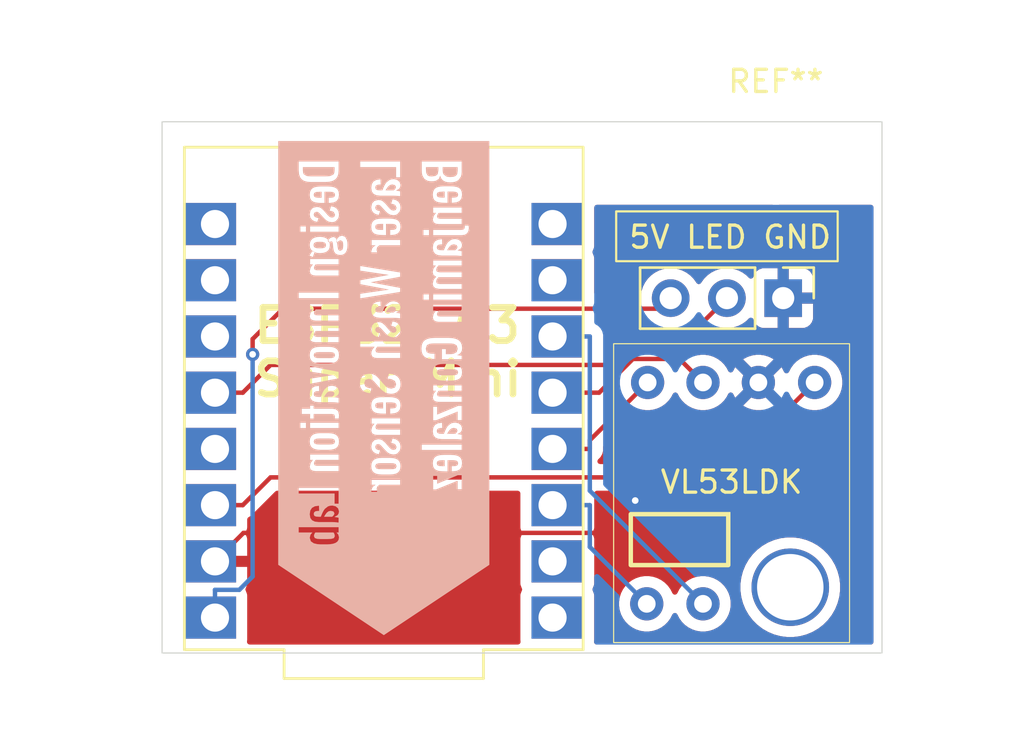
<source format=kicad_pcb>
(kicad_pcb (version 20241229) (generator "pcbnew") (generator_version "9.0")
  (layers (0 "F.Cu" signal) (2 "B.Cu" signal) (13 "F.Paste" user) (15 "B.Paste" user) (5 "F.SilkS" user "F.Silkscreen") (7 "B.SilkS" user "B.Silkscreen") (1 "F.Mask" user) (3 "B.Mask" user) (25 "Edge.Cuts" user))
  (net 0 "")
  (net 1 "GND")
  (net 2 "+5V")
  (net 3 "Net-(J1-Pin_2)")
  (net 4 "+3.3V")
  (net 5 "Net-(U1-GPIO7)")
  (net 6 "Net-(U1-GPIO8)")
  (net 7 "Net-(U1-GPIO9)")
  (net 8 "Net-(U1-GPIO10)")
  (footprint "Distance Sensor:VL53LDK" (layer "F.Cu") (at 154.21 70.278 -90)
    (property "Reference" "U2" (hide yes))
    (property "Value" "VL53LDK" (at -0.5 0 0) (layer "F.SilkS"))
    (fp_rect (start 0.95 0.15) (end 3.25 4.55) (stroke (width 0.2)) (fill no) (layer "F.SilkS"))
    (fp_rect (start -6.75 -5.325) (end 6.75 5.325) (stroke (width 0.05)) (fill no) (layer "F.SilkS"))
    (pad "" thru_hole circle (at 4.25 -2.65 270) (size 3.5 3.5) (drill 3) (layers "*.Cu" "*.Mask"))
    (pad "1" thru_hole circle (at -5 -3.75 270) (size 1.5 1.5) (drill 0.8) (layers "*.Cu" "*.Mask") (net 4 "+3.3V"))
    (pad "2" thru_hole circle (at -5 -1.21 270) (size 1.5 1.5) (drill 0.8) (layers "*.Cu" "*.Mask") (net 1 "GND"))
    (pad "3" thru_hole circle (at -5 1.29 270) (size 1.5 1.5) (drill 0.8) (layers "*.Cu" "*.Mask") (net 7 "Net-(U1-GPIO9)"))
    (pad "4" thru_hole circle (at -5 3.79 270) (size 1.5 1.5) (drill 0.8) (layers "*.Cu" "*.Mask") (net 6 "Net-(U1-GPIO8)"))
    (pad "5" thru_hole circle (at 5 1.29 270) (size 1.5 1.5) (drill 0.8) (layers "*.Cu" "*.Mask") (net 8 "Net-(U1-GPIO10)"))
    (pad "6" thru_hole circle (at 5 3.83 270) (size 1.5 1.5) (drill 0.8) (layers "*.Cu" "*.Mask") (net 5 "Net-(U1-GPIO7)"))
  )
  (footprint "Connector_PinHeader_2.54mm:PinHeader_1x03_P2.54mm_Vertical" (layer "F.Cu") (at 156.54 61.468 -90)
    (property "Reference" "J1" (hide yes))
    (property "Value" "Conn_01x03" (hide yes))
    (fp_line (start -1.38 6.46) (end 1.38 6.46) (stroke (width 0.12)) (layer "F.SilkS"))
    (fp_line (start -1.38 1.27) (end -1.38 6.46) (stroke (width 0.12)) (layer "F.SilkS"))
    (fp_line (start -1.38 1.27) (end 1.38 1.27) (stroke (width 0.12)) (layer "F.SilkS"))
    (fp_line (start 1.38 1.27) (end 1.38 6.46) (stroke (width 0.12)) (layer "F.SilkS"))
    (fp_line (start -1.38 0) (end -1.38 -1.38) (stroke (width 0.12)) (layer "F.SilkS"))
    (fp_line (start -1.38 -1.38) (end 0 -1.38) (stroke (width 0.12)) (layer "F.SilkS"))
    (pad "1" thru_hole rect (at 0 0 270) (size 1.7 1.7) (drill 1) (layers "*.Cu" "*.Mask") (net 1 "GND"))
    (pad "2" thru_hole circle (at 0 2.54 270) (size 1.7 1.7) (drill 1) (layers "*.Cu" "*.Mask") (net 3 "Net-(J1-Pin_2)"))
    (pad "3" thru_hole circle (at 0 5.08 270) (size 1.7 1.7) (drill 1) (layers "*.Cu" "*.Mask") (net 2 "+5V"))
  )
  (footprint "Distance Sensor:ESP32-C3 Super Mini" (layer "F.Cu") (at 138.5088 66 180)
    (property "Reference" "U1" (hide yes))
    (property "Value" "ESP32 C3 Super Mini" (hide yes))
    (fp_line (start 9 11.35) (end 9 -11.35) (stroke (width 0.127)) (layer "F.SilkS"))
    (fp_line (start 9 11.35) (end -9 11.35) (stroke (width 0.127)) (layer "F.SilkS"))
    (fp_line (start 9 -11.35) (end 4.5 -11.35) (stroke (width 0.127)) (layer "F.SilkS"))
    (fp_line (start 4.5 -12.65) (end 4.5 -11.35) (stroke (width 0.127)) (layer "F.SilkS"))
    (fp_line (start 4.5 -12.65) (end -4.5 -12.65) (stroke (width 0.127)) (layer "F.SilkS"))
    (fp_line (start -4.5 -11.35) (end -9 -11.35) (stroke (width 0.127)) (layer "F.SilkS"))
    (fp_line (start -4.5 -12.65) (end -4.5 -11.35) (stroke (width 0.127)) (layer "F.SilkS"))
    (fp_line (start -9 11.35) (end -9 -11.35) (stroke (width 0.127)) (layer "F.SilkS"))
    (pad "0" thru_hole rect (at 7.62 7.88 180) (size 2.3325 1.905) (drill 1.27 (offset 0.21375 0)) (layers "*.Cu" "*.Mask"))
    (pad "1" thru_hole rect (at 7.62 5.34 180) (size 2.3325 1.905) (drill 1.27 (offset 0.21375 0)) (layers "*.Cu" "*.Mask"))
    (pad "2" thru_hole rect (at 7.62 2.8 180) (size 2.3325 1.905) (drill 1.27 (offset 0.21375 0)) (layers "*.Cu" "*.Mask"))
    (pad "3" thru_hole rect (at 7.62 0.26 180) (size 2.3325 1.905) (drill 1.27 (offset 0.21375 0)) (layers "*.Cu" "*.Mask") (net 3 "Net-(J1-Pin_2)"))
    (pad "3.3" thru_hole rect (at 7.62 -4.82 180) (size 2.3325 1.905) (drill 1.27 (offset 0.21375 0)) (layers "*.Cu" "*.Mask") (net 4 "+3.3V"))
    (pad "4" thru_hole rect (at 7.62 -2.28 180) (size 2.3325 1.905) (drill 1.27 (offset 0.21375 0)) (layers "*.Cu" "*.Mask"))
    (pad "5" thru_hole rect (at -7.62 -9.9 180) (size 2.3325 1.905) (drill 1.27 (offset -0.21375 0)) (layers "*.Cu" "*.Mask"))
    (pad "5V" thru_hole rect (at 7.62 -9.9 180) (size 2.3325 1.905) (drill 1.27 (offset 0.21375 0)) (layers "*.Cu" "*.Mask") (net 2 "+5V"))
    (pad "6" thru_hole rect (at -7.62 -7.36 180) (size 2.3325 1.905) (drill 1.27 (offset -0.21375 0)) (layers "*.Cu" "*.Mask"))
    (pad "7" thru_hole rect (at -7.62 -4.82 180) (size 2.3325 1.905) (drill 1.27 (offset -0.21375 0)) (layers "*.Cu" "*.Mask") (net 5 "Net-(U1-GPIO7)"))
    (pad "8" thru_hole rect (at -7.62 -2.28 180) (size 2.3325 1.905) (drill 1.27 (offset -0.21375 0)) (layers "*.Cu" "*.Mask") (net 6 "Net-(U1-GPIO8)"))
    (pad "9" thru_hole rect (at -7.62 0.26 180) (size 2.3325 1.905) (drill 1.27 (offset -0.21375 0)) (layers "*.Cu" "*.Mask") (net 7 "Net-(U1-GPIO9)"))
    (pad "10" thru_hole rect (at -7.62 2.8 180) (size 2.3325 1.905) (drill 1.27 (offset -0.21375 0)) (layers "*.Cu" "*.Mask") (net 8 "Net-(U1-GPIO10)"))
    (pad "20" thru_hole rect (at -7.62 5.34 180) (size 2.3325 1.905) (drill 1.27 (offset -0.21375 0)) (layers "*.Cu" "*.Mask"))
    (pad "21" thru_hole rect (at -7.62 7.88 180) (size 2.3325 1.905) (drill 1.27 (offset -0.21375 0)) (layers "*.Cu" "*.Mask"))
    (pad "G" thru_hole rect (at 7.62 -7.36 180) (size 2.3325 1.905) (drill 1.27 (offset 0.21375 0)) (layers "*.Cu" "*.Mask") (net 1 "GND"))
    (zone (net 0) (net_name "") (layers "F.Cu" "B.Cu") (connect_pads (clearance 0)) (min_thickness 0.25)
      (keepout (tracks not_allowed) (vias not_allowed) (pads not_allowed) (copperpour not_allowed) (footprints not_allowed))
      (fill (thermal_gap 0.5) (thermal_bridge_width 0.5))
      (polygon (pts (xy 152.942576 57) (xy 123.942576 57) (xy 123.942576 48) (xy 152.942576 48)))
    )
  )
  (footprint "MountingHole:MountingHole_3mm" (layer "F.Cu") (at 156.21 55.626)
    (property "Reference" "REF**" (at 0 -3.95 0) (layer "F.SilkS"))
    (property "Value" "MountingHole_3mm")
    (pad "" np_thru_hole circle (at 0 0) (size 3 3) (drill 3) (layers "*.Cu" "*.Mask"))
  )
  (footprint "kibuzzard-68CD61BF" (layer "B.Cu") (at 138.508776 65.532 -90)
    (property "Reference" "kibuzzard-68CD61BF" (hide yes))
    (property "Value" "G***" (hide yes))
    (fp_poly (pts (xy -8.870864 2.806667) (xy -8.597531 2.806667) (xy -8.597531 2.922222) (xy -8.60642 3.056667) (xy -8.643086 3.138889) (xy -8.730864 3.166667) (xy -8.818642 3.14) (xy -8.859753 3.05) (xy -8.870864 2.875556) (xy -8.870864 2.806667)) (fill yes) (layer "B.SilkS"))
    (fp_poly (pts (xy -7.419753 0.028889) (xy -7.14642 0.028889) (xy -7.14642 0.144444) (xy -7.155309 0.278889) (xy -7.191975 0.361111) (xy -7.279753 0.388889) (xy -7.367531 0.362222) (xy -7.408642 0.272222) (xy -7.419753 0.097778) (xy -7.419753 0.028889)) (fill yes) (layer "B.SilkS"))
    (fp_poly (pts (xy 0.646914 0.028889) (xy 0.920247 0.028889) (xy 0.920247 0.144444) (xy 0.911358 0.278889) (xy 0.874691 0.361111) (xy 0.786914 0.388889) (xy 0.699136 0.362222) (xy 0.658025 0.272222) (xy 0.646914 0.097778) (xy 0.646914 0.028889)) (fill yes) (layer "B.SilkS"))
    (fp_poly (pts (xy -8.877531 -2.748889) (xy -8.604198 -2.748889) (xy -8.604198 -2.633333) (xy -8.613086 -2.498889) (xy -8.649753 -2.416667) (xy -8.737531 -2.388889) (xy -8.825309 -2.415556) (xy -8.86642 -2.505556) (xy -8.877531 -2.68) (xy -8.877531 -2.748889)) (fill yes) (layer "B.SilkS"))
    (fp_poly (pts (xy 3.255802 -2.748889) (xy 3.529136 -2.748889) (xy 3.529136 -2.633333) (xy 3.520247 -2.498889) (xy 3.48358 -2.416667) (xy 3.395802 -2.388889) (xy 3.308025 -2.415556) (xy 3.266914 -2.505556) (xy 3.255802 -2.68) (xy 3.255802 -2.748889)) (fill yes) (layer "B.SilkS"))
    (fp_poly (pts (xy 0.244691 2.226667) (xy 0.311358 2.246667) (xy 0.366914 2.292222) (xy 0.400247 2.333333) (xy 0.400247 2.697778) (xy 0.295802 2.635556) (xy 0.210247 2.57) (xy 0.152469 2.492222) (xy 0.131358 2.393333) (xy 0.160247 2.271111) (xy 0.244691 2.226667)) (fill yes) (layer "B.SilkS"))
    (fp_poly (pts (xy 5.658025 2.226667) (xy 5.724691 2.246667) (xy 5.780247 2.292222) (xy 5.81358 2.333333) (xy 5.81358 2.697778) (xy 5.709136 2.635556) (xy 5.62358 2.57) (xy 5.565802 2.492222) (xy 5.544691 2.393333) (xy 5.57358 2.271111) (xy 5.658025 2.226667)) (fill yes) (layer "B.SilkS"))
    (fp_poly (pts (xy -9.08642 -0.551111) (xy -9.019753 -0.531111) (xy -8.964198 -0.485556) (xy -8.930864 -0.444444) (xy -8.930864 -0.08) (xy -9.035309 -0.142222) (xy -9.120864 -0.207778) (xy -9.178642 -0.285556) (xy -9.199753 -0.384444) (xy -9.170864 -0.506667) (xy -9.08642 -0.551111)) (fill yes) (layer "B.SilkS"))
    (fp_poly (pts (xy -3.568642 -0.551111) (xy -3.501975 -0.531111) (xy -3.44642 -0.485556) (xy -3.413086 -0.444444) (xy -3.413086 -0.08) (xy -3.517531 -0.142222) (xy -3.603086 -0.207778) (xy -3.660864 -0.285556) (xy -3.681975 -0.384444) (xy -3.653086 -0.506667) (xy -3.568642 -0.551111)) (fill yes) (layer "B.SilkS"))
    (fp_poly (pts (xy -6.381975 -3.328889) (xy -6.315309 -3.308889) (xy -6.259753 -3.263333) (xy -6.22642 -3.222222) (xy -6.22642 -2.857778) (xy -6.330864 -2.92) (xy -6.41642 -2.985556) (xy -6.474198 -3.063333) (xy -6.495309 -3.162222) (xy -6.46642 -3.284444) (xy -6.381975 -3.328889)) (fill yes) (layer "B.SilkS"))
    (fp_poly (pts (xy 1.911358 -3.328889) (xy 1.978025 -3.308889) (xy 2.03358 -3.263333) (xy 2.066914 -3.222222) (xy 2.066914 -2.857778) (xy 1.962469 -2.92) (xy 1.876914 -2.985556) (xy 1.819136 -3.063333) (xy 1.798025 -3.162222) (xy 1.826914 -3.284444) (xy 1.911358 -3.328889)) (fill yes) (layer "B.SilkS"))
    (fp_poly (pts (xy -9.984198 -2.466667) (xy -9.835309 -2.466667) (xy -9.668642 -2.436667) (xy -9.584198 -2.34) (xy -9.559753 -2.166667) (xy -9.569198 -2.059444) (xy -9.597531 -1.986667) (xy -9.715309 -1.916667) (xy -9.807531 -1.905833) (xy -9.924198 -1.902222) (xy -9.984198 -1.902222) (xy -9.984198 -2.466667)) (fill yes) (layer "B.SilkS"))
    (fp_poly (pts (xy 6.691358 2.208889) (xy 6.780247 2.254444) (xy 6.81358 2.377778) (xy 6.820247 2.548889) (xy 6.820247 2.86) (xy 6.811358 3.007778) (xy 6.77358 3.115556) (xy 6.682469 3.155556) (xy 6.594691 3.135556) (xy 6.522469 3.091111) (xy 6.522469 2.266667) (xy 6.596914 2.225556) (xy 6.691358 2.208889)) (fill yes) (layer "B.SilkS"))
    (fp_poly (pts (xy -9.984198 -3.335556) (xy -9.815309 -3.335556) (xy -9.674475 -3.315833) (xy -9.589753 -3.256667) (xy -9.547253 -3.153611) (xy -9.533086 -3.002222) (xy -9.540586 -2.898056) (xy -9.563086 -2.812222) (xy -9.658642 -2.696667) (xy -9.735586 -2.6675) (xy -9.835309 -2.657778) (xy -9.984198 -2.657778) (xy -9.984198 -3.335556)) (fill yes) (layer "B.SilkS"))
    (fp_poly (pts (xy -9.984198 2.22) (xy -9.841975 2.22) (xy -9.724198 2.233333) (xy -9.64642 2.273333) (xy -9.57642 2.428889) (xy -9.567253 2.541667) (xy -9.564198 2.675556) (xy -9.564198 3.26) (xy -9.568642 3.386667) (xy -9.581975 3.486667) (xy -9.659753 3.613333) (xy -9.736975 3.643333) (xy -9.848642 3.653333) (xy -9.984198 3.653333) (xy -9.984198 2.22)) (fill yes) (layer "B.SilkS"))
    (fp_poly (pts (xy -1.488642 2.197778) (xy -1.391975 2.237778) (xy -1.358642 2.343333) (xy -1.353086 2.48) (xy -1.353086 2.882222) (xy -1.358642 3.02) (xy -1.391975 3.125556) (xy -1.488642 3.166667) (xy -1.58642 3.125556) (xy -1.620864 3.02) (xy -1.62642 2.882222) (xy -1.62642 2.48) (xy -1.620864 2.343333) (xy -1.58642 2.237778) (xy -1.488642 2.197778)) (fill yes) (layer "B.SilkS"))
    (fp_poly (pts (xy 2.41358 2.197778) (xy 2.510247 2.237778) (xy 2.54358 2.343333) (xy 2.549136 2.48) (xy 2.549136 2.882222) (xy 2.54358 3.02) (xy 2.510247 3.125556) (xy 2.41358 3.166667) (xy 2.315802 3.125556) (xy 2.281358 3.02) (xy 2.275802 2.882222) (xy 2.275802 2.48) (xy 2.281358 2.343333) (xy 2.315802 2.237778) (xy 2.41358 2.197778)) (fill yes) (layer "B.SilkS"))
    (fp_poly (pts (xy 3.529136 -0.58) (xy 3.625802 -0.54) (xy 3.659136 -0.434444) (xy 3.664691 -0.297778) (xy 3.664691 0.104444) (xy 3.659136 0.242222) (xy 3.625802 0.347778) (xy 3.529136 0.388889) (xy 3.431358 0.347778) (xy 3.396914 0.242222) (xy 3.391358 0.104444) (xy 3.391358 -0.297778) (xy 3.396914 -0.434444) (xy 3.431358 -0.54) (xy 3.529136 -0.58)) (fill yes) (layer "B.SilkS"))
    (fp_poly (pts (xy -0.713086 -3.357778) (xy -0.61642 -3.317778) (xy -0.583086 -3.212222) (xy -0.577531 -3.075556) (xy -0.577531 -2.673333) (xy -0.583086 -2.535556) (xy -0.61642 -2.43) (xy -0.713086 -2.388889) (xy -0.810864 -2.43) (xy -0.845309 -2.535556) (xy -0.850864 -2.673333) (xy -0.850864 -3.075556) (xy -0.845309 -3.212222) (xy -0.810864 -3.317778) (xy -0.713086 -3.357778)) (fill yes) (layer "B.SilkS"))
    (fp_poly (pts (xy -6.459753 2.606667) (xy -6.381975 2.625556) (xy -6.338642 2.68) (xy -6.318642 2.767778) (xy -6.313086 2.886667) (xy -6.317531 3.006667) (xy -6.337531 3.096667) (xy -6.381975 3.153333) (xy -6.457531 3.173333) (xy -6.53642 3.154444) (xy -6.583086 3.098889) (xy -6.605309 3.008889) (xy -6.610864 2.886667) (xy -6.605309 2.775556) (xy -6.584198 2.686667) (xy -6.538642 2.627778) (xy -6.459753 2.606667)) (fill yes) (layer "B.SilkS"))
    (fp_poly (pts (xy -10.235309 4.765926) (xy -11.161235 4.765926) (xy -11.161235 -4.765926) (xy -10.235309 -4.765926) (xy -10.235309 2.04) (xy -10.235309 3.84) (xy -9.844198 3.84) (xy -9.665031 3.824722) (xy -9.527531 3.778889) (xy -9.427531 3.7025) (xy -9.360864 3.595556) (xy -9.323364 3.458333) (xy -9.310864 3.291111) (xy -9.310864 2.628889) (xy -9.323364 2.452778) (xy -9.360864 2.306667) (xy -9.42642 2.191389) (xy -9.523086 2.107778) (xy -9.654475 2.056944) (xy -9.824198 2.04) (xy -10.235309 2.04) (xy -10.235309 -4.765926) (xy -10.235309 -0.737778) (xy -10.235309 1.062222) (xy -9.984198 1.062222) (xy -9.984198 -0.557778) (xy -9.524198 -0.557778) (xy -9.524198 -0.737778) (xy -10.235309 -0.737778) (xy -10.235309 -4.765926) (xy -10.235309 -3.515556) (xy -10.235309 -1.715556) (xy -9.821975 -1.715556) (xy -9.707809 -1.722222) (xy -9.609753 -1.742222) (xy -9.459753 -1.824444) (xy -9.370864 -1.965556) (xy -9.349198 -2.058611) (xy -9.341975 -2.166667) (xy -9.34892 -2.270278) (xy -9.369753 -2.358889) (xy -9.454198 -2.486667) (xy -9.599753 -2.546667) (xy -9.50142 -2.579722) (xy -9.424198 -2.63) (xy -9.366142 -2.697222) (xy -9.325309 -2.781111) (xy -9.301142 -2.8825) (xy -9.293086 -3.002222) (xy -9.299753 -3.112778) (xy -9.319753 -3.213333) (xy -9.35392 -3.301667) (xy -9.403086 -3.375556) (xy -9.547531 -3.478889) (xy -9.643364 -3.506389) (xy -9.755309 -3.515556) (xy -10.235309 -3.515556) (xy -10.235309 -4.765926) (xy -9.179753 -4.765926) (xy -9.179753 -0.755556) (xy -9.313086 -0.712222) (xy -9.404198 -0.601111) (xy -9.437531 -0.457778) (xy -9.427531 -0.347222) (xy -9.397531 -0.255556) (xy -9.287531 -0.116667) (xy -9.211975 -0.063611) (xy -9.125309 -0.017778) (xy -9.030586 0.023889) (xy -8.930864 0.064444) (xy -8.930864 0.155556) (xy -8.939753 0.284444) (xy -8.97642 0.361111) (xy -9.059753 0.386667) (xy -9.138642 0.364444) (xy -9.181975 0.301111) (xy -9.195309 0.204444) (xy -9.195309 0.14) (xy -9.430864 0.148889) (xy -9.404198 0.334167) (xy -9.333086 0.463333) (xy -9.214198 0.539167) (xy -9.044198 0.564444) (xy -8.880864 0.538333) (xy -8.773086 0.46) (xy -8.728642 0.36535) (xy -8.728642 2.022222) (xy -8.862531 2.036944) (xy -8.961975 2.081111) (xy -9.031698 2.153889) (xy -9.07642 2.254444) (xy -9.100586 2.381944) (xy -9.108642 2.535556) (xy -9.108642 2.828889) (xy -9.100309 2.985556) (xy -9.075309 3.113333) (xy -9.029475 3.212778) (xy -8.958642 3.284444) (xy -8.859475 3.327778) (xy -8.728642 3.342222) (xy -8.587809 3.325556) (xy -8.489753 3.275556) (xy -8.426142 3.194167) (xy -8.388642 3.083333) (xy -8.370309 2.945278) (xy -8.364198 2.782222) (xy -8.364198 2.677778) (xy -8.870864 2.677778) (xy -8.870864 2.42) (xy -8.85642 2.293333) (xy -8.809753 2.221111) (xy -8.72642 2.197778) (xy -8.645309 2.223333) (xy -8.607531 2.296667) (xy -8.597531 2.408889) (xy -8.597531 2.486667) (xy -8.36642 2.486667) (xy -8.36642 2.437778) (xy -8.386975 2.265) (xy -8.448642 2.133333) (xy -8.559753 2.05) (xy -8.728642 2.022222) (xy -8.728642 0.36535) (xy -8.713086 0.332222) (xy -8.693086 0.157778) (xy -8.693086 -0.428889) (xy -8.689753 -0.544444) (xy -8.680864 -0.647778) (xy -8.670864 -0.737778) (xy -8.888642 -0.737778) (xy -8.905309 -0.647778) (xy -8.919753 -0.548889) (xy -9.005309 -0.69) (xy -9.080586 -0.739167) (xy -9.179753 -0.755556) (xy -9.179753 -4.765926) (xy -8.735309 -4.765926) (xy -8.735309 -3.533333) (xy -8.869198 -3.518611) (xy -8.968642 -3.474444) (xy -9.038364 -3.401667) (xy -9.083086 -3.301111) (xy -9.107253 -3.173611) (xy -9.115309 -3.02) (xy -9.115309 -2.726667) (xy -9.106975 -2.57) (xy -9.081975 -2.442222) (xy -9.036142 -2.342778) (xy -8.965309 -2.271111) (xy -8.866142 -2.227778) (xy -8.735309 -2.213333) (xy -8.594475 -2.23) (xy -8.49642 -2.28) (xy -8.432809 -2.361389) (xy -8.395309 -2.472222) (xy -8.376975 -2.610278) (xy -8.370864 -2.773333) (xy -8.370864 -2.877778) (xy -8.877531 -2.877778) (xy -8.877531 -3.135556) (xy -8.863086 -3.262222) (xy -8.81642 -3.334444) (xy -8.733086 -3.357778) (xy -8.651975 -3.332222) (xy -8.614198 -3.258889) (xy -8.604198 -3.146667) (xy -8.604198 -3.068889) (xy -8.373086 -3.068889) (xy -8.373086 -3.117778) (xy -8.393642 -3.290556) (xy -8.455309 -3.422222) (xy -8.56642 -3.505556) (xy -8.735309 -3.533333) (xy -8.735309 -4.765926) (xy -8.16642 -4.765926) (xy -8.16642 -0.755556) (xy -8.308642 -0.730833) (xy -8.419753 -0.656667) (xy -8.494753 -0.541944) (xy -8.528642 -0.395556) (xy -8.330864 -0.335556) (xy -8.306975 -0.4425) (xy -8.270864 -0.518889) (xy -8.14642 -0.58) (xy -8.048642 -0.543333) (xy -8.015309 -0.444444) (xy -8.039753 -0.344444) (xy -8.119753 -0.253333) (xy -8.339753 -0.064444) (xy -8.451975 0.064444) (xy -8.486142 0.146111) (xy -8.497531 0.248889) (xy -8.45642 0.421111) (xy -8.340864 0.527778) (xy -8.16642 0.564444) (xy -8.025309 0.539722) (xy -7.921975 0.465556) (xy -7.855309 0.356389) (xy -7.850864 0.337857) (xy -7.850864 2.022222) (xy -7.993086 2.046944) (xy -8.104198 2.121111) (xy -8.179198 2.235833) (xy -8.213086 2.382222) (xy -8.015309 2.442222) (xy -7.99142 2.335278) (xy -7.955309 2.258889) (xy -7.830864 2.197778) (xy -7.733086 2.234444) (xy -7.699753 2.333333) (xy -7.724198 2.433333) (xy -7.804198 2.524444) (xy -8.024198 2.713333) (xy -8.13642 2.842222) (xy -8.170586 2.923889) (xy -8.181975 3.026667) (xy -8.140864 3.198889) (xy -8.025309 3.305556) (xy -7.850864 3.342222) (xy -7.709753 3.3175) (xy -7.60642 3.243333) (xy -7.539753 3.134167) (xy -7.508642 3.004444) (xy -7.677531 2.944444) (xy -7.704198 3.061111) (xy -7.755309 3.138889) (xy -7.841975 3.166667) (xy -7.934198 3.127778) (xy -7.968642 3.035556) (xy -7.954198 2.97) (xy -7.904198 2.906667) (xy -7.677531 2.697778) (xy -7.589753 2.606667) (xy -7.521975 2.495556) (xy -7.495309 2.351111) (xy -7.50642 2.251111) (xy -7.539753 2.168889) (xy -7.664198 2.058889) (xy -7.750864 2.031389) (xy -7.850864 2.022222) (xy -7.850864 0.337857) (xy -7.824198 0.226667) (xy -7.993086 0.166667) (xy -8.019753 0.283333) (xy -8.070864 0.361111) (xy -8.157531 0.388889) (xy -8.249753 0.35) (xy -8.284198 0.257778) (xy -8.269753 0.192222) (xy -8.219753 0.128889) (xy -7.993086 -0.08) (xy -7.905309 -0.171111) (xy -7.837531 -0.282222) (xy -7.810864 -0.426667) (xy -7.821975 -0.526667) (xy -7.855309 -0.608889) (xy -7.979753 -0.718889) (xy -8.06642 -0.746389) (xy -8.16642 -0.755556) (xy -8.16642 -4.765926) (xy -8.155309 -4.765926) (xy -8.155309 -3.515556) (xy -8.155309 -2.231111) (xy -7.917531 -2.231111) (xy -7.917531 -2.357778) (xy -7.775309 -2.255556) (xy -7.604198 -2.213333) (xy -7.485309 -2.253333) (xy -7.427531 -2.353333) (xy -7.410864 -2.475556) (xy -7.410864 -3.515556) (xy -7.648642 -3.515556) (xy -7.648642 -2.544444) (xy -7.668642 -2.437778) (xy -7.750864 -2.4) (xy -7.834198 -2.423333) (xy -7.917531 -2.48) (xy -7.917531 -3.515556) (xy -8.155309 -3.515556) (xy -8.155309 -4.765926) (xy -7.219753 -4.765926) (xy -7.219753 -3.84) (xy -7.283086 -3.836667) (xy -7.341975 -3.824444) (xy -7.341975 -3.653333) (xy -7.310864 -3.657778) (xy -7.279753 -3.66) (xy -7.277531 -3.659444) (xy -7.277531 -0.755556) (xy -7.41142 -0.740833) (xy -7.510864 -0.696667) (xy -7.580586 -0.623889) (xy -7.625309 -0.523333) (xy -7.649475 -0.395833) (xy -7.657531 -0.242222) (xy -7.657531 0.051111) (xy -7.649198 0.207778) (xy -7.624198 0.335556) (xy -7.578364 0.435) (xy -7.507531 0.506667) (xy -7.408364 0.55) (xy -7.301975 0.561746) (xy -7.301975 3.515556) (xy -7.301975 3.764444) (xy -7.064198 3.764444) (xy -7.064198 3.515556) (xy -7.301975 3.515556) (xy -7.301975 0.561746) (xy -7.301975 2.04) (xy -7.301975 3.324444) (xy -7.064198 3.324444) (xy -7.064198 2.04) (xy -7.301975 2.04) (xy -7.301975 0.561746) (xy -7.277531 0.564444) (xy -7.136698 0.547778) (xy -7.038642 0.497778) (xy -6.975031 0.416389) (xy -6.937531 0.305556) (xy -6.919198 0.1675) (xy -6.913086 0.004444) (xy -6.913086 -0.1) (xy -7.419753 -0.1) (xy -7.419753 -0.357778) (xy -7.405309 -0.484444) (xy -7.358642 -0.556667) (xy -7.275309 -0.58) (xy -7.194198 -0.554444) (xy -7.15642 -0.481111) (xy -7.14642 -0.368889) (xy -7.14642 -0.291111) (xy -6.915309 -0.291111) (xy -6.915309 -0.34) (xy -6.935864 -0.512778) (xy -6.997531 -0.644444) (xy -7.108642 -0.727778) (xy -7.277531 -0.755556) (xy -7.277531 -3.659444) (xy -7.199753 -3.64) (xy -7.158642 -3.584444) (xy -7.14642 -3.504444) (xy -7.14642 -2.231111) (xy -7.14642 -2.04) (xy -7.14642 -1.791111) (xy -6.90642 -1.791111) (xy -6.90642 -2.04) (xy -7.14642 -2.04) (xy -7.14642 -2.231111) (xy -6.908642 -2.231111) (xy -6.908642 -3.528889) (xy -6.929475 -3.662222) (xy -6.991975 -3.76) (xy -7.090586 -3.82) (xy -7.219753 -3.84) (xy -7.219753 -4.765926) (xy -6.475309 -4.765926) (xy -6.475309 -3.533333) (xy -6.608642 -3.49) (xy -6.699753 -3.378889) (xy -6.733086 -3.235556) (xy -6.723086 -3.125) (xy -6.693086 -3.033333) (xy -6.583086 -2.894444) (xy -6.507531 -2.841389) (xy -6.420864 -2.795556) (xy -6.326142 -2.753889) (xy -6.22642 -2.713333) (xy -6.22642 -2.622222) (xy -6.235309 -2.493333) (xy -6.271975 -2.416667) (xy -6.355309 -2.391111) (xy -6.434198 -2.413333) (xy -6.477531 -2.476667) (xy -6.490864 -2.573333) (xy -6.490864 -2.637778) (xy -6.72642 -2.628889) (xy -6.699753 -2.443611) (xy -6.690864 -2.427465) (xy -6.690864 -0.737778) (xy -6.690864 0.546667) (xy -6.468642 0.546667) (xy -6.468642 1.637778) (xy -6.580586 1.644167) (xy -6.680864 1.663333) (xy -6.829753 1.742222) (xy -6.884198 1.882222) (xy -6.853086 1.998889) (xy -6.773086 2.084444) (xy -6.670864 2.14) (xy -6.559753 2.124444) (xy -6.615309 2.07) (xy -6.659753 2.012222) (xy -6.677531 1.946667) (xy -6.627531 1.86) (xy -6.557809 1.838333) (xy -6.448642 1.831111) (xy -6.338364 1.838611) (xy -6.260864 1.861111) (xy -6.199753 1.955556) (xy -6.215309 2.021111) (xy -6.268642 2.062222) (xy -6.377531 2.084444) (xy -6.657531 2.12) (xy -6.78642 2.175556) (xy -6.828642 2.273333) (xy -6.783086 2.408889) (xy -6.659753 2.533333) (xy -6.579753 2.471111) (xy -6.613086 2.421111) (xy -6.633086 2.357778) (xy -6.607531 2.317778) (xy -6.52642 2.297778) (xy -6.459753 2.291592) (xy -6.459753 2.435556) (xy -6.578642 2.45) (xy -6.673086 2.493333) (xy -6.744475 2.562222) (xy -6.794198 2.653333) (xy -6.823364 2.762778) (xy -6.833086 2.886667) (xy -6.822531 3.023611) (xy -6.790864 3.136667) (xy -6.738364 3.225556) (xy -6.665309 3.29) (xy -6.572253 3.329167) (xy -6.459753 3.342222) (xy -6.344753 3.326389) (xy -6.253086 3.278889) (xy -6.183642 3.205278) (xy -6.135309 3.111111) (xy -6.106975 3.001111) (xy -6.097531 2.88) (xy -6.106142 2.756389) (xy -6.131975 2.647778) (xy -6.141975 2.628083) (xy -6.141975 3.108889) (xy -6.197531 3.197778) (xy -6.117531 3.275556) (xy -5.984198 3.353333) (xy -5.921975 3.197778) (xy -6.005309 3.173333) (xy -6.099753 3.136667) (xy -6.141975 3.108889) (xy -6.141975 2.628083) (xy -6.177531 2.558056) (xy -6.245309 2.491111) (xy -6.338364 2.449444) (xy -6.459753 2.435556) (xy -6.459753 2.291592) (xy -6.310864 2.277778) (xy -6.179198 2.248333) (xy -6.08642 2.186667) (xy -6.03142 2.092222) (xy -6.013086 1.964444) (xy -6.025586 1.866111) (xy -6.063086 1.784444) (xy -6.125586 1.720278) (xy -6.213086 1.674444) (xy -6.326975 1.646944) (xy -6.468642 1.637778) (xy -6.468642 0.546667) (xy -6.453086 0.546667) (xy -6.453086 0.364444) (xy -6.381975 0.462778) (xy -6.310864 0.522222) (xy -6.168642 0.562222) (xy -6.151975 0.562222) (xy -6.130864 0.56) (xy -6.130864 0.297778) (xy -6.191975 0.316667) (xy -6.261975 0.324444) (xy -6.363086 0.298889) (xy -6.453086 0.2) (xy -6.453086 -0.737778) (xy -6.690864 -0.737778) (xy -6.690864 -2.427465) (xy -6.628642 -2.314444) (xy -6.509753 -2.238611) (xy -6.339753 -2.213333) (xy -6.17642 -2.239444) (xy -6.068642 -2.317778) (xy -6.008642 -2.445556) (xy -5.988642 -2.62) (xy -5.988642 -3.206667) (xy -5.985309 -3.322222) (xy -5.97642 -3.425556) (xy -5.96642 -3.515556) (xy -6.184198 -3.515556) (xy -6.200864 -3.425556) (xy -6.215309 -3.326667) (xy -6.300864 -3.467778) (xy -6.376142 -3.516944) (xy -6.475309 -3.533333) (xy -6.475309 -4.765926) (xy -5.828642 -4.765926) (xy -5.828642 2.04) (xy -5.828642 3.324444) (xy -5.590864 3.324444) (xy -5.590864 3.197778) (xy -5.448642 3.3) (xy -5.277531 3.342222) (xy -5.158642 3.302222) (xy -5.100864 3.202222) (xy -5.084198 3.08) (xy -5.084198 2.04) (xy -5.321975 2.04) (xy -5.321975 3.011111) (xy -5.341975 3.117778) (xy -5.424198 3.155556) (xy -5.507531 3.132222) (xy -5.590864 3.075556) (xy -5.590864 2.04) (xy -5.828642 2.04) (xy -5.828642 -4.765926) (xy -5.759753 -4.765926) (xy -5.759753 -3.515556) (xy -5.759753 -2.231111) (xy -5.539753 -2.231111) (xy -5.539753 -2.353333) (xy -5.397531 -2.244444) (xy -5.237531 -2.208889) (xy -5.221975 -2.213217) (xy -5.221975 -0.737778) (xy -5.515309 1.062222) (xy -5.30642 1.062222) (xy -5.113086 -0.231111) (xy -4.870864 1.055556) (xy -4.693086 1.055556) (xy -4.448642 -0.237778) (xy -4.310864 0.710458) (xy -4.310864 2.04) (xy -4.310864 3.84) (xy -4.064198 3.84) (xy -4.064198 2.04) (xy -4.310864 2.04) (xy -4.310864 0.710458) (xy -4.259753 1.062222) (xy -4.055309 1.062222) (xy -4.344198 -0.737778) (xy -4.52642 -0.737778) (xy -4.777531 0.595556) (xy -5.030864 -0.737778) (xy -5.221975 -0.737778) (xy -5.221975 -2.213217) (xy -5.109753 -2.244444) (xy -5.028642 -2.371111) (xy -4.956698 -2.298056) (xy -4.878642 -2.247778) (xy -4.708642 -2.208889) (xy -4.595309 -2.238889) (xy -4.513086 -2.334444) (xy -4.481975 -2.506667) (xy -4.481975 -3.515556) (xy -4.699753 -3.515556) (xy -4.699753 -2.522222) (xy -4.729753 -2.396667) (xy -4.810864 -2.364444) (xy -4.913086 -2.392222) (xy -5.010864 -2.468889) (xy -5.010864 -2.486667) (xy -5.010864 -2.506667) (xy -5.010864 -3.515556) (xy -5.228642 -3.515556) (xy -5.228642 -2.522222) (xy -5.258642 -2.396667) (xy -5.339753 -2.364444) (xy -5.440864 -2.392222) (xy -5.539753 -2.468889) (xy -5.539753 -3.515556) (xy -5.759753 -3.515556) (xy -5.759753 -4.765926) (xy -4.233086 -4.765926) (xy -4.233086 -2.04) (xy -4.233086 -1.791111) (xy -3.995309 -1.791111) (xy -3.995309 -2.04) (xy -4.233086 -2.04) (xy -4.233086 -4.765926) (xy -4.233086 -3.515556) (xy -4.233086 -2.231111) (xy -3.995309 -2.231111) (xy -3.995309 -3.515556) (xy -4.233086 -3.515556) (xy -4.233086 -4.765926) (xy -3.739753 -4.765926) (xy -3.739753 -3.515556) (xy -3.739753 -2.231111) (xy -3.661975 -2.231111) (xy -3.661975 -0.755556) (xy -3.795309 -0.712222) (xy -3.88642 -0.601111) (xy -3.919753 -0.457778) (xy -3.909753 -0.347222) (xy -3.879753 -0.255556) (xy -3.769753 -0.116667) (xy -3.694198 -0.063611) (xy -3.607531 -0.017778) (xy -3.512809 0.023889) (xy -3.413086 0.064444) (xy -3.413086 0.155556) (xy -3.421975 0.284444) (xy -3.458642 0.361111) (xy -3.541975 0.386667) (xy -3.620864 0.364444) (xy -3.664198 0.301111) (xy -3.677531 0.204444) (xy -3.677531 0.14) (xy -3.913086 0.148889) (xy -3.88642 0.334167) (xy -3.815309 0.463333) (xy -3.793086 0.477508) (xy -3.793086 2.04) (xy -3.793086 3.324444) (xy -3.555309 3.324444) (xy -3.555309 3.197778) (xy -3.413086 3.3) (xy -3.241975 3.342222) (xy -3.123086 3.302222) (xy -3.065309 3.202222) (xy -3.048642 3.08) (xy -3.048642 2.04) (xy -3.28642 2.04) (xy -3.28642 3.011111) (xy -3.30642 3.117778) (xy -3.388642 3.155556) (xy -3.471975 3.132222) (xy -3.555309 3.075556) (xy -3.555309 2.04) (xy -3.793086 2.04) (xy -3.793086 0.477508) (xy -3.69642 0.539167) (xy -3.52642 0.564444) (xy -3.363086 0.538333) (xy -3.255309 0.46) (xy -3.195309 0.332222) (xy -3.175309 0.157778) (xy -3.175309 -0.428889) (xy -3.171975 -0.544444) (xy -3.163086 -0.647778) (xy -3.153086 -0.737778) (xy -3.370864 -0.737778) (xy -3.387531 -0.647778) (xy -3.401975 -0.548889) (xy -3.487531 -0.69) (xy -3.562809 -0.739167) (xy -3.661975 -0.755556) (xy -3.661975 -2.231111) (xy -3.501975 -2.231111) (xy -3.501975 -2.357778) (xy -3.359753 -2.255556) (xy -3.188642 -2.213333) (xy -3.069753 -2.253333) (xy -3.011975 -2.353333) (xy -2.995309 -2.475556) (xy -2.995309 -3.515556) (xy -3.233086 -3.515556) (xy -3.233086 -2.544444) (xy -3.253086 -2.437778) (xy -3.335309 -2.4) (xy -3.418642 -2.423333) (xy -3.501975 -2.48) (xy -3.501975 -3.515556) (xy -3.739753 -3.515556) (xy -3.739753 -4.765926) (xy -2.648642 -4.765926) (xy -2.648642 -0.755556) (xy -2.790864 -0.730833) (xy -2.901975 -0.656667) (xy -2.976975 -0.541944) (xy -3.010864 -0.395556) (xy -2.813086 -0.335556) (xy -2.789198 -0.4425) (xy -2.753086 -0.518889) (xy -2.628642 -0.58) (xy -2.530864 -0.543333) (xy -2.497531 -0.444444) (xy -2.521975 -0.344444) (xy -2.601975 -0.253333) (xy -2.821975 -0.064444) (xy -2.934198 0.064444) (xy -2.968364 0.146111) (xy -2.979753 0.248889) (xy -2.938642 0.421111) (xy -2.823086 0.527778) (xy -2.817531 0.528946) (xy -2.817531 2.04) (xy -2.817531 3.324444) (xy -2.579753 3.324444) (xy -2.579753 3.197778) (xy -2.437531 3.3) (xy -2.26642 3.342222) (xy -2.147531 3.302222) (xy -2.089753 3.202222) (xy -2.073086 3.08) (xy -2.073086 2.04) (xy -2.310864 2.04) (xy -2.310864 3.011111) (xy -2.330864 3.117778) (xy -2.413086 3.155556) (xy -2.49642 3.132222) (xy -2.579753 3.075556) (xy -2.579753 2.04) (xy -2.817531 2.04) (xy -2.817531 0.528946) (xy -2.648642 0.564444) (xy -2.507531 0.539722) (xy -2.404198 0.465556) (xy -2.337531 0.356389) (xy -2.30642 0.226667) (xy -2.475309 0.166667) (xy -2.501975 0.283333) (xy -2.553086 0.361111) (xy -2.639753 0.388889) (xy -2.731975 0.35) (xy -2.76642 0.257778) (xy -2.751975 0.192222) (xy -2.701975 0.128889) (xy -2.475309 -0.08) (xy -2.387531 -0.171111) (xy -2.319753 -0.282222) (xy -2.293086 -0.426667) (xy -2.304198 -0.526667) (xy -2.337531 -0.608889) (xy -2.461975 -0.718889) (xy -2.548642 -0.746389) (xy -2.648642 -0.755556) (xy -2.648642 -4.765926) (xy -1.80642 -4.765926) (xy -1.80642 -3.537778) (xy -1.958364 -3.519722) (xy -2.07642 -3.465556) (xy -2.163642 -3.376944) (xy -2.223086 -3.255556) (xy -2.257253 -3.103889) (xy -2.268642 -2.924444) (xy -2.268642 -2.322222) (xy -2.258364 -2.139167) (xy -2.227531 -1.985556) (xy -2.170309 -1.863056) (xy -2.108642 -1.801197) (xy -2.108642 -0.737778) (xy -2.108642 1.062222) (xy -1.870864 1.062222) (xy -1.870864 0.413333) (xy -1.72642 0.52) (xy -1.641975 0.553333) (xy -1.548642 0.564444) (xy -1.488642 0.543873) (xy -1.488642 2.022222) (xy -1.615864 2.036667) (xy -1.713086 2.08) (xy -1.783364 2.15) (xy -1.829753 2.244444) (xy -1.855586 2.360556) (xy -1.864198 2.495556) (xy -1.864198 2.868889) (xy -1.855586 3.003889) (xy -1.829753 3.12) (xy -1.783364 3.214444) (xy -1.713086 3.284444) (xy -1.615864 3.327778) (xy -1.488642 3.342222) (xy -1.361698 3.327778) (xy -1.265309 3.284444) (xy -1.195864 3.214444) (xy -1.149753 3.12) (xy -1.12392 3.003889) (xy -1.115309 2.868889) (xy -1.115309 2.495556) (xy -1.12392 2.360556) (xy -1.149753 2.244444) (xy -1.195864 2.15) (xy -1.265309 2.08) (xy -1.361698 2.036667) (xy -1.488642 2.022222) (xy -1.488642 0.543873) (xy -1.431975 0.524444) (xy -1.374198 0.424444) (xy -1.357531 0.302222) (xy -1.357531 -0.737778) (xy -1.595309 -0.737778) (xy -1.595309 0.233333) (xy -1.615309 0.34) (xy -1.697531 0.377778) (xy -1.785309 0.353333) (xy -1.870864 0.293333) (xy -1.870864 -0.737778) (xy -2.108642 -0.737778) (xy -2.108642 -1.801197) (xy -2.080864 -1.773333) (xy -1.954475 -1.718333) (xy -1.78642 -1.7) (xy -1.63392 -1.714167) (xy -1.514198 -1.756667) (xy -1.425031 -1.828333) (xy -1.364198 -1.93) (xy -1.329198 -2.061944) (xy -1.317531 -2.224444) (xy -1.317531 -2.291111) (xy -1.553086 -2.291111) (xy -1.553086 -2.235556) (xy -1.556975 -2.128611) (xy -1.568642 -2.043333) (xy -1.631975 -1.932222) (xy -1.781975 -1.895556) (xy -1.943086 -1.946667) (xy -2.005309 -2.085556) (xy -2.014475 -2.179167) (xy -2.017531 -2.284444) (xy -2.017531 -2.951111) (xy -2.012809 -3.069444) (xy -1.998642 -3.166667) (xy -1.92642 -3.295556) (xy -1.775309 -3.337778) (xy -1.624198 -3.291111) (xy -1.550864 -3.153333) (xy -1.535864 -3.051111) (xy -1.530864 -2.926667) (xy -1.530864 -2.802222) (xy -1.759753 -2.802222) (xy -1.759753 -2.624444) (xy -1.304198 -2.624444) (xy -1.304198 -3.515556) (xy -1.461975 -3.515556) (xy -1.48642 -3.308889) (xy -1.531975 -3.4) (xy -1.597531 -3.473333) (xy -1.687531 -3.521667) (xy -1.80642 -3.537778) (xy -1.80642 -4.765926) (xy -0.713086 -4.765926) (xy -0.713086 -3.533333) (xy -0.840309 -3.518889) (xy -0.937531 -3.475556) (xy -1.007809 -3.405556) (xy -1.054198 -3.311111) (xy -1.080031 -3.195) (xy -1.088642 -3.06) (xy -1.088642 -2.686667) (xy -1.080031 -2.551667) (xy -1.054198 -2.435556) (xy -1.007809 -2.341111) (xy -0.937531 -2.271111) (xy -0.840309 -2.227778) (xy -0.730864 -2.215352) (xy -0.730864 2.04) (xy -0.984198 3.324444) (xy -0.744198 3.324444) (xy -0.58642 2.291111) (xy -0.42642 3.324444) (xy -0.195309 3.324444) (xy -0.439753 2.04) (xy -0.730864 2.04) (xy -0.730864 -2.215352) (xy -0.713086 -2.213333) (xy -0.586142 -2.227778) (xy -0.489753 -2.271111) (xy -0.420309 -2.341111) (xy -0.374198 -2.435556) (xy -0.348364 -2.551667) (xy -0.339753 -2.686667) (xy -0.339753 -3.06) (xy -0.348364 -3.195) (xy -0.374198 -3.311111) (xy -0.420309 -3.405556) (xy -0.489753 -3.475556) (xy -0.586142 -3.518889) (xy -0.713086 -3.533333) (xy -0.713086 -4.765926) (xy -0.173086 -4.765926) (xy -0.173086 -0.757778) (xy -0.315586 -0.741111) (xy -0.431975 -0.691111) (xy -0.522809 -0.611667) (xy -0.588642 -0.506667) (xy -0.630864 -0.379444) (xy -0.650864 -0.233333) (xy -0.428642 -0.173333) (xy -0.417809 -0.267222) (xy -0.398642 -0.357778) (xy -0.321975 -0.503333) (xy -0.173086 -0.56) (xy -0.025309 -0.505556) (xy 0.024691 -0.348889) (xy 0.010802 -0.238611) (xy -0.030864 -0.152222) (xy -0.093642 -0.0775) (xy -0.170864 -0.002222) (xy -0.473086 0.264444) (xy -0.550309 0.345833) (xy -0.604198 0.434444) (xy -0.635864 0.5375) (xy -0.64642 0.662222) (xy -0.618086 0.837778) (xy -0.533086 0.968889) (xy -0.399198 1.050556) (xy -0.224198 1.077778) (xy -0.12392 1.070833) (xy -0.03642 1.05) (xy 0.099136 0.964444) (xy 0.151358 0.876738) (xy 0.151358 2.022222) (xy 0.018025 2.065556) (xy -0.073086 2.176667) (xy -0.10642 2.32) (xy -0.09642 2.430556) (xy -0.06642 2.522222) (xy 0.04358 2.661111) (xy 0.119136 2.714167) (xy 0.205802 2.76) (xy 0.300525 2.801667) (xy 0.400247 2.842222) (xy 0.400247 2.933333) (xy 0.391358 3.062222) (xy 0.354691 3.138889) (xy 0.271358 3.164444) (xy 0.192469 3.142222) (xy 0.149136 3.078889) (xy 0.135802 2.982222) (xy 0.135802 2.917778) (xy -0.099753 2.926667) (xy -0.073086 3.111944) (xy -0.001975 3.241111) (xy 0.116914 3.316944) (xy 0.286914 3.342222) (xy 0.450247 3.316111) (xy 0.558025 3.237778) (xy 0.618025 3.11) (xy 0.638025 2.935556) (xy 0.638025 2.348889) (xy 0.641358 2.233333) (xy 0.650247 2.13) (xy 0.660247 2.04) (xy 0.442469 2.04) (xy 0.425802 2.13) (xy 0.411358 2.228889) (xy 0.325802 2.087778) (xy 0.250525 2.038611) (xy 0.151358 2.022222) (xy 0.151358 0.876738) (xy 0.185802 0.818889) (xy 0.212747 0.723611) (xy 0.229136 0.613333) (xy 0.015802 0.555556) (xy -0.010864 0.718889) (xy -0.080864 0.838889) (xy -0.224198 0.884444) (xy -0.369753 0.834444) (xy -0.421975 0.686667) (xy -0.394198 0.551111) (xy -0.304198 0.442222) (xy 0.000247 0.175556) (xy 0.096358 0.078056) (xy 0.180247 -0.036667) (xy 0.23858 -0.171389) (xy 0.258025 -0.328889) (xy 0.244136 -0.453056) (xy 0.202469 -0.558889) (xy 0.136636 -0.644167) (xy 0.050247 -0.706667) (xy -0.05392 -0.745) (xy -0.173086 -0.757778) (xy -0.173086 -4.765926) (xy -0.121975 -4.765926) (xy -0.121975 -3.515556) (xy -0.121975 -2.231111) (xy 0.115802 -2.231111) (xy 0.115802 -2.357778) (xy 0.258025 -2.255556) (xy 0.429136 -2.213333) (xy 0.548025 -2.253333) (xy 0.605802 -2.353333) (xy 0.622469 -2.475556) (xy 0.622469 -3.515556) (xy 0.384691 -3.515556) (xy 0.384691 -2.544444) (xy 0.364691 -2.437778) (xy 0.282469 -2.4) (xy 0.199136 -2.423333) (xy 0.115802 -2.48) (xy 0.115802 -3.515556) (xy -0.121975 -3.515556) (xy -0.121975 -4.765926) (xy 0.789136 -4.765926) (xy 0.789136 -0.755556) (xy 0.655247 -0.740833) (xy 0.555802 -0.696667) (xy 0.48608 -0.623889) (xy 0.441358 -0.523333) (xy 0.417191 -0.395833) (xy 0.409136 -0.242222) (xy 0.409136 0.051111) (xy 0.417469 0.207778) (xy 0.442469 0.335556) (xy 0.488302 0.435) (xy 0.559136 0.506667) (xy 0.658302 0.55) (xy 0.789136 0.564444) (xy 0.929969 0.547778) (xy 1.028025 0.497778) (xy 1.091636 0.416389) (xy 1.129136 0.305556) (xy 1.147469 0.1675) (xy 1.15358 0.004444) (xy 1.15358 -0.1) (xy 0.646914 -0.1) (xy 0.646914 -0.357778) (xy 0.661358 -0.484444) (xy 0.708025 -0.556667) (xy 0.791358 -0.58) (xy 0.872469 -0.554444) (xy 0.910247 -0.481111) (xy 0.920247 -0.368889) (xy 0.920247 -0.291111) (xy 1.151358 -0.291111) (xy 1.151358 -0.34) (xy 1.130802 -0.512778) (xy 1.069136 -0.644444) (xy 0.958025 -0.727778) (xy 0.789136 -0.755556) (xy 0.789136 -4.765926) (xy 0.804691 -4.765926) (xy 0.804691 -3.515556) (xy 0.804691 -3.355556) (xy 1.198025 -2.408889) (xy 0.844691 -2.408889) (xy 0.844691 -2.231111) (xy 1.209136 -2.231111) (xy 1.209136 2.022222) (xy 1.048025 2.06) (xy 0.959136 2.166667) (xy 0.931358 2.328889) (xy 0.931358 3.166667) (xy 0.795802 3.166667) (xy 0.795802 3.324444) (xy 0.931358 3.324444) (xy 0.931358 3.7) (xy 1.169136 3.7) (xy 1.169136 3.324444) (xy 1.375802 3.324444) (xy 1.375802 3.166667) (xy 1.169136 3.166667) (xy 1.169136 2.344444) (xy 1.19358 2.236667) (xy 1.286914 2.204444) (xy 1.328025 2.206667) (xy 1.37358 2.211111) (xy 1.37358 2.035556) (xy 1.291358 2.025556) (xy 1.209136 2.022222) (xy 1.209136 -2.231111) (xy 1.369136 -2.231111) (xy 1.369136 -0.737778) (xy 1.369136 0.546667) (xy 1.566914 0.546667) (xy 1.566914 3.515556) (xy 1.566914 3.764444) (xy 1.804691 3.764444) (xy 1.804691 3.515556) (xy 1.566914 3.515556) (xy 1.566914 0.546667) (xy 1.566914 2.04) (xy 1.566914 3.324444) (xy 1.804691 3.324444) (xy 1.804691 2.04) (xy 1.566914 2.04) (xy 1.566914 0.546667) (xy 1.606914 0.546667) (xy 1.606914 0.42) (xy 1.749136 0.522222) (xy 1.920247 0.564444) (xy 2.039136 0.524444) (xy 2.096914 0.424444) (xy 2.11358 0.302222) (xy 2.11358 -0.737778) (xy 1.875802 -0.737778) (xy 1.875802 0.233333) (xy 1.855802 0.34) (xy 1.77358 0.377778) (xy 1.690247 0.354444) (xy 1.606914 0.297778) (xy 1.606914 -0.737778) (xy 1.369136 -0.737778) (xy 1.369136 -2.231111) (xy 1.45358 -2.231111) (xy 1.45358 -2.36) (xy 1.058025 -3.335556) (xy 1.444691 -3.335556) (xy 1.444691 -3.515556) (xy 0.804691 -3.515556) (xy 0.804691 -4.765926) (xy 1.818025 -4.765926) (xy 1.818025 -3.533333) (xy 1.684691 -3.49) (xy 1.59358 -3.378889) (xy 1.560247 -3.235556) (xy 1.570247 -3.125) (xy 1.600247 -3.033333) (xy 1.710247 -2.894444) (xy 1.785802 -2.841389) (xy 1.872469 -2.795556) (xy 1.967191 -2.753889) (xy 2.066914 -2.713333) (xy 2.066914 -2.622222) (xy 2.058025 -2.493333) (xy 2.021358 -2.416667) (xy 1.938025 -2.391111) (xy 1.859136 -2.413333) (xy 1.815802 -2.476667) (xy 1.802469 -2.573333) (xy 1.802469 -2.637778) (xy 1.566914 -2.628889) (xy 1.59358 -2.443611) (xy 1.664691 -2.314444) (xy 1.78358 -2.238611) (xy 1.95358 -2.213333) (xy 2.116914 -2.239444) (xy 2.224691 -2.317778) (xy 2.284691 -2.445556) (xy 2.304691 -2.62) (xy 2.304691 -3.206667) (xy 2.308025 -3.322222) (xy 2.316914 -3.425556) (xy 2.326914 -3.515556) (xy 2.109136 -3.515556) (xy 2.092469 -3.425556) (xy 2.078025 -3.326667) (xy 1.992469 -3.467778) (xy 1.917191 -3.516944) (xy 1.818025 -3.533333) (xy 1.818025 -4.765926) (xy 2.555802 -4.765926) (xy 2.555802 -3.515556) (xy 2.555802 -1.715556) (xy 2.642469 -1.715556) (xy 2.642469 -0.755556) (xy 2.500247 -0.730833) (xy 2.389136 -0.656667) (xy 2.314136 -0.541944) (xy 2.280247 -0.395556) (xy 2.478025 -0.335556) (xy 2.501914 -0.4425) (xy 2.538025 -0.518889) (xy 2.662469 -0.58) (xy 2.760247 -0.543333) (xy 2.79358 -0.444444) (xy 2.769136 -0.344444) (xy 2.689136 -0.253333) (xy 2.469136 -0.064444) (xy 2.356914 0.064444) (xy 2.322747 0.146111) (xy 2.311358 0.248889) (xy 2.352469 0.421111) (xy 2.41358 0.477521) (xy 2.41358 2.022222) (xy 2.286358 2.036667) (xy 2.189136 2.08) (xy 2.118858 2.15) (xy 2.072469 2.244444) (xy 2.046636 2.360556) (xy 2.038025 2.495556) (xy 2.038025 2.868889) (xy 2.046636 3.003889) (xy 2.072469 3.12) (xy 2.118858 3.214444) (xy 2.189136 3.284444) (xy 2.286358 3.327778) (xy 2.41358 3.342222) (xy 2.540525 3.327778) (xy 2.636914 3.284444) (xy 2.706358 3.214444) (xy 2.752469 3.12) (xy 2.778302 3.003889) (xy 2.786914 2.868889) (xy 2.786914 2.495556) (xy 2.778302 2.360556) (xy 2.752469 2.244444) (xy 2.706358 2.15) (xy 2.636914 2.08) (xy 2.540525 2.036667) (xy 2.41358 2.022222) (xy 2.41358 0.477521) (xy 2.468025 0.527778) (xy 2.642469 0.564444) (xy 2.78358 0.539722) (xy 2.886914 0.465556) (xy 2.95358 0.356389) (xy 2.984691 0.226667) (xy 2.815802 0.166667) (xy 2.789136 0.283333) (xy 2.738025 0.361111) (xy 2.651358 0.388889) (xy 2.559136 0.35) (xy 2.524691 0.257778) (xy 2.539136 0.192222) (xy 2.589136 0.128889) (xy 2.815802 -0.08) (xy 2.90358 -0.171111) (xy 2.971358 -0.282222) (xy 2.998025 -0.426667) (xy 2.986914 -0.526667) (xy 2.95358 -0.608889) (xy 2.829136 -0.718889) (xy 2.742469 -0.746389) (xy 2.642469 -0.755556) (xy 2.642469 -1.715556) (xy 2.79358 -1.715556) (xy 2.79358 -3.515556) (xy 2.555802 -3.515556) (xy 2.555802 -4.765926) (xy 3.004691 -4.765926) (xy 3.004691 2.04) (xy 3.004691 3.324444) (xy 3.242469 3.324444) (xy 3.242469 3.197778) (xy 3.384691 3.3) (xy 3.555802 3.342222) (xy 3.674691 3.302222) (xy 3.732469 3.202222) (xy 3.749136 3.08) (xy 3.749136 2.04) (xy 3.511358 2.04) (xy 3.511358 3.011111) (xy 3.491358 3.117778) (xy 3.409136 3.155556) (xy 3.325802 3.132222) (xy 3.242469 3.075556) (xy 3.242469 2.04) (xy 3.004691 2.04) (xy 3.004691 -4.765926) (xy 3.398025 -4.765926) (xy 3.398025 -3.533333) (xy 3.264136 -3.518611) (xy 3.164691 -3.474444) (xy 3.094969 -3.401667) (xy 3.050247 -3.301111) (xy 3.02608 -3.173611) (xy 3.018025 -3.02) (xy 3.018025 -2.726667) (xy 3.026358 -2.57) (xy 3.051358 -2.442222) (xy 3.097191 -2.342778) (xy 3.168025 -2.271111) (xy 3.267191 -2.227778) (xy 3.398025 -2.213333) (xy 3.529136 -2.228849) (xy 3.529136 -0.755556) (xy 3.401914 -0.741111) (xy 3.304691 -0.697778) (xy 3.234414 -0.627778) (xy 3.188025 -0.533333) (xy 3.162191 -0.417222) (xy 3.15358 -0.282222) (xy 3.15358 0.091111) (xy 3.162191 0.226111) (xy 3.188025 0.342222) (xy 3.234414 0.436667) (xy 3.304691 0.506667) (xy 3.401914 0.55) (xy 3.529136 0.564444) (xy 3.65608 0.55) (xy 3.752469 0.506667) (xy 3.821914 0.436667) (xy 3.868025 0.342222) (xy 3.893858 0.226111) (xy 3.902469 0.091111) (xy 3.902469 -0.282222) (xy 3.893858 -0.417222) (xy 3.868025 -0.533333) (xy 3.821914 -0.627778) (xy 3.752469 -0.697778) (xy 3.65608 -0.741111) (xy 3.529136 -0.755556) (xy 3.529136 -2.228849) (xy 3.538858 -2.23) (xy 3.636914 -2.28) (xy 3.700525 -2.361389) (xy 3.738025 -2.472222) (xy 3.756358 -2.610278) (xy 3.762469 -2.773333) (xy 3.762469 -2.877778) (xy 3.255802 -2.877778) (xy 3.255802 -3.135556) (xy 3.270247 -3.262222) (xy 3.316914 -3.334444) (xy 3.400247 -3.357778) (xy 3.481358 -3.332222) (xy 3.519136 -3.258889) (xy 3.529136 -3.146667) (xy 3.529136 -3.068889) (xy 3.760247 -3.068889) (xy 3.760247 -3.117778) (xy 3.739691 -3.290556) (xy 3.678025 -3.422222) (xy 3.566914 -3.505556) (xy 3.398025 -3.533333) (xy 3.398025 -4.765926) (xy 3.929136 -4.765926) (xy 3.929136 -3.515556) (xy 3.929136 -3.355556) (xy 4.322469 -2.408889) (xy 3.969136 -2.408889) (xy 3.969136 -2.231111) (xy 4.126914 -2.231111) (xy 4.126914 -0.737778) (xy 4.126914 0.546667) (xy 4.364691 0.546667) (xy 4.364691 0.364444) (xy 4.435802 0.462778) (xy 4.506914 0.522222) (xy 4.509136 0.522847) (xy 4.509136 2.04) (xy 4.509136 3.84) (xy 4.760247 3.84) (xy 4.760247 2.22) (xy 5.220247 2.22) (xy 5.220247 2.04) (xy 4.509136 2.04) (xy 4.509136 0.522847) (xy 4.649136 0.562222) (xy 4.665802 0.562222) (xy 4.686914 0.56) (xy 4.686914 0.297778) (xy 4.625802 0.316667) (xy 4.555802 0.324444) (xy 4.454691 0.298889) (xy 4.364691 0.2) (xy 4.364691 -0.737778) (xy 4.126914 -0.737778) (xy 4.126914 -2.231111) (xy 4.578025 -2.231111) (xy 4.578025 -2.36) (xy 4.182469 -3.335556) (xy 4.569136 -3.335556) (xy 4.569136 -3.515556) (xy 3.929136 -3.515556) (xy 3.929136 -4.765926) (xy 5.564691 -4.765926) (xy 5.564691 2.022222) (xy 5.431358 2.065556) (xy 5.340247 2.176667) (xy 5.306914 2.32) (xy 5.316914 2.430556) (xy 5.346914 2.522222) (xy 5.456914 2.661111) (xy 5.532469 2.714167) (xy 5.619136 2.76) (xy 5.713858 2.801667) (xy 5.81358 2.842222) (xy 5.81358 2.933333) (xy 5.804691 3.062222) (xy 5.768025 3.138889) (xy 5.684691 3.164444) (xy 5.605802 3.142222) (xy 5.562469 3.078889) (xy 5.549136 2.982222) (xy 5.549136 2.917778) (xy 5.31358 2.926667) (xy 5.340247 3.111944) (xy 5.411358 3.241111) (xy 5.530247 3.316944) (xy 5.700247 3.342222) (xy 5.86358 3.316111) (xy 5.971358 3.237778) (xy 6.031358 3.11) (xy 6.051358 2.935556) (xy 6.051358 2.348889) (xy 6.054691 2.233333) (xy 6.06358 2.13) (xy 6.07358 2.04) (xy 5.855802 2.04) (xy 5.839136 2.13) (xy 5.824691 2.228889) (xy 5.739136 2.087778) (xy 5.663858 2.038611) (xy 5.564691 2.022222) (xy 5.564691 -4.765926) (xy 6.740247 -4.765926) (xy 6.740247 2.022222) (xy 6.616914 2.056667) (xy 6.522469 2.133333) (xy 6.522469 2.04) (xy 6.284691 2.04) (xy 6.284691 3.84) (xy 6.522469 3.84) (xy 6.522469 3.222222) (xy 6.62358 3.306667) (xy 6.764691 3.342222) (xy 6.92358 3.29) (xy 7.011358 3.158889) (xy 7.049136 2.998889) (xy 7.058025 2.86) (xy 7.058025 2.548889) (xy 7.051358 2.416944) (xy 7.031358 2.292222) (xy 6.994136 2.182778) (xy 6.935802 2.096667) (xy 6.852469 2.040833) (xy 6.740247 2.022222) (xy 6.740247 -4.765926) (xy 7.058025 -4.765926) (xy 7.983951 -4.765926) (xy 11.161235 0) (xy 7.983951 4.765926) (xy 7.058025 4.765926) (xy -10.235309 4.765926)) (fill yes) (layer "B.SilkS"))
  )
  (gr_rect (start 149 57.549) (end 159 59.799) (stroke (width 0.1)) (fill no) (layer "F.SilkS"))
  (gr_rect (start 128.5 53.5) (end 161 77.5) (stroke (width 0.05)) (fill no) (layer "Edge.Cuts"))
  (gr_text "ESP32-C3\nSuper Mini" (at 132.5 66 0) (layer "F.SilkS") (effects (font (size 1.5 1.5) (thickness 0.3) (bold yes)) (justify left bottom)))
  (gr_text "5V LED GND" (at 149.5 59.299 0) (layer "F.SilkS") (effects (font (size 1 1)) (justify left bottom)))
  (segment (start 132.1753 72.0735) (end 148.3985 72.0735) (width 0.2) (layer "F.Cu") (net 1))
  (segment (start 149.86 70.612) (end 149.733 70.739) (width 0.2) (layer "F.Cu") (net 1))
  (segment (start 130.8888 73.36) (end 132.1753 72.0735) (width 0.2) (layer "F.Cu") (net 1))
  (segment (start 148.3985 72.0735) (end 149.86 70.612) (width 0.2) (layer "F.Cu") (net 1))
  (via (at 149.86 70.612) (size 0.6) (drill 0.3) (layers "F.Cu" "B.Cu") (net 1))
  (segment (start 150.086 70.612) (end 155.42 65.278) (width 0.2) (layer "B.Cu") (net 1))
  (segment (start 149.86 70.612) (end 150.086 70.612) (width 0.2) (layer "B.Cu") (net 1))
  (segment (start 133.9587 61.9458) (end 150.9822 61.9458) (width 0.2) (layer "F.Cu") (net 2))
  (segment (start 150.9822 61.9458) (end 151.46 61.468) (width 0.2) (layer "F.Cu") (net 2))
  (segment (start 132.588 63.3165) (end 133.9587 61.9458) (width 0.2) (layer "F.Cu") (net 2))
  (segment (start 132.588 64.008) (end 132.588 63.3165) (width 0.2) (layer "F.Cu") (net 2))
  (via (at 132.588 64.008) (size 0.6) (drill 0.3) (layers "F.Cu" "B.Cu") (net 2))
  (segment (start 132.588 64.008) (end 132.588 74.044) (width 0.2) (layer "B.Cu") (net 2))
  (segment (start 132.588 74.044) (end 131.9862 74.6458) (width 0.2) (layer "B.Cu") (net 2))
  (segment (start 130.8888 74.6458) (end 130.8888 75.9) (width 0.2) (layer "B.Cu") (net 2))
  (segment (start 131.9862 74.6458) (end 130.8888 74.6458) (width 0.2) (layer "B.Cu") (net 2))
  (segment (start 149.8998 63.0752) (end 148.4892 64.4858) (width 0.2) (layer "F.Cu") (net 3))
  (segment (start 152.3928 63.0752) (end 149.8998 63.0752) (width 0.2) (layer "F.Cu") (net 3))
  (segment (start 154 61.468) (end 152.3928 63.0752) (width 0.2) (layer "F.Cu") (net 3))
  (segment (start 133.3972 64.4858) (end 132.143 65.74) (width 0.2) (layer "F.Cu") (net 3))
  (segment (start 130.8888 65.74) (end 132.143 65.74) (width 0.2) (layer "F.Cu") (net 3))
  (segment (start 148.4892 64.4858) (end 133.3972 64.4858) (width 0.2) (layer "F.Cu") (net 3))
  (segment (start 157.96 65.278) (end 153.6722 69.5658) (width 0.2) (layer "F.Cu") (net 4))
  (segment (start 153.6722 69.5658) (end 133.3972 69.5658) (width 0.2) (layer "F.Cu") (net 4))
  (segment (start 130.8888 70.82) (end 132.143 70.82) (width 0.2) (layer "F.Cu") (net 4))
  (segment (start 133.3972 69.5658) (end 132.143 70.82) (width 0.2) (layer "F.Cu") (net 4))
  (segment (start 147.8105 72.7085) (end 150.38 75.278) (width 0.2) (layer "B.Cu") (net 5))
  (segment (start 147.8105 70.82) (end 147.8105 72.7085) (width 0.2) (layer "B.Cu") (net 5))
  (segment (start 146.1288 70.82) (end 147.8105 70.82) (width 0.2) (layer "B.Cu") (net 5))
  (segment (start 147.8105 68.28) (end 147.8105 67.8875) (width 0.2) (layer "F.Cu") (net 6))
  (segment (start 147.8105 67.8875) (end 150.42 65.278) (width 0.2) (layer "F.Cu") (net 6))
  (segment (start 146.1288 68.28) (end 147.8105 68.28) (width 0.2) (layer "F.Cu") (net 6))
  (segment (start 151.8576 64.2156) (end 152.92 65.278) (width 0.2) (layer "F.Cu") (net 7))
  (segment (start 148.231 65.74) (end 149.7554 64.2156) (width 0.2) (layer "F.Cu") (net 7))
  (segment (start 149.7554 64.2156) (end 151.8576 64.2156) (width 0.2) (layer "F.Cu") (net 7))
  (segment (start 146.1288 65.74) (end 148.231 65.74) (width 0.2) (layer "F.Cu") (net 7))
  (segment (start 146.1288 63.2) (end 147.8105 63.2) (width 0.2) (layer "B.Cu") (net 8))
  (segment (start 147.8105 63.2) (end 147.8105 70.1685) (width 0.2) (layer "B.Cu") (net 8))
  (segment (start 147.8105 70.1685) (end 152.92 75.278) (width 0.2) (layer "B.Cu") (net 8))
  (zone (net 1) (net_name "GND") (layers "F.Cu" "B.Cu") (connect_pads (clearance 0.5)) (min_thickness 0.25) (fill yes (thermal_gap 0.5) (thermal_bridge_width 0.5))
    (polygon (pts (xy 167.433234 57.25) (xy 167.433234 81.5) (xy 121.183234 81.5) (xy 121.183234 57.25)))
  )
)
</source>
